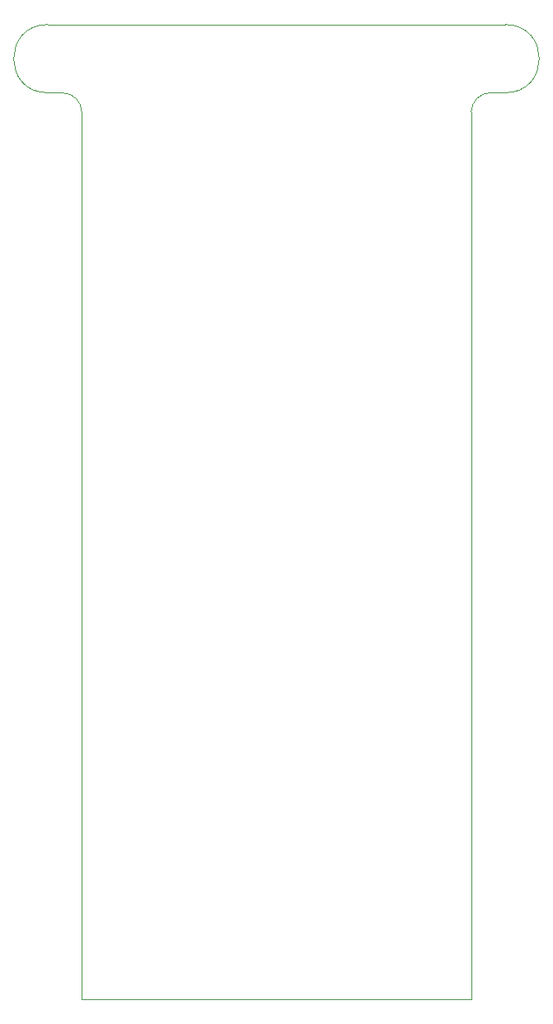
<source format=gm1>
G04 #@! TF.GenerationSoftware,KiCad,Pcbnew,(6.0.7)*
G04 #@! TF.CreationDate,2022-10-27T11:33:36+02:00*
G04 #@! TF.ProjectId,DualLevelSensor,4475616c-4c65-4766-956c-53656e736f72,rev?*
G04 #@! TF.SameCoordinates,Original*
G04 #@! TF.FileFunction,Profile,NP*
%FSLAX46Y46*%
G04 Gerber Fmt 4.6, Leading zero omitted, Abs format (unit mm)*
G04 Created by KiCad (PCBNEW (6.0.7)) date 2022-10-27 11:33:36*
%MOMM*%
%LPD*%
G01*
G04 APERTURE LIST*
G04 #@! TA.AperFunction,Profile*
%ADD10C,0.100000*%
G04 #@! TD*
G04 APERTURE END LIST*
D10*
X115000000Y-39000000D02*
X115000000Y-130000000D01*
X71500000Y-30000000D02*
X118500000Y-30000000D01*
X71500000Y-37000000D02*
X73000000Y-37000000D01*
X71500000Y-30000000D02*
G75*
G03*
X71500000Y-37000000I0J-3500000D01*
G01*
X118500000Y-37000000D02*
G75*
G03*
X118500000Y-30000000I0J3500000D01*
G01*
X75000000Y-39000000D02*
G75*
G03*
X73000000Y-37000000I-2000000J0D01*
G01*
X75000000Y-130000000D02*
X115000000Y-130000000D01*
X118500000Y-37000000D02*
X117000000Y-37000000D01*
X117000000Y-37000000D02*
G75*
G03*
X115000000Y-39000000I0J-2000000D01*
G01*
X75000000Y-39000000D02*
X75000000Y-130000000D01*
M02*

</source>
